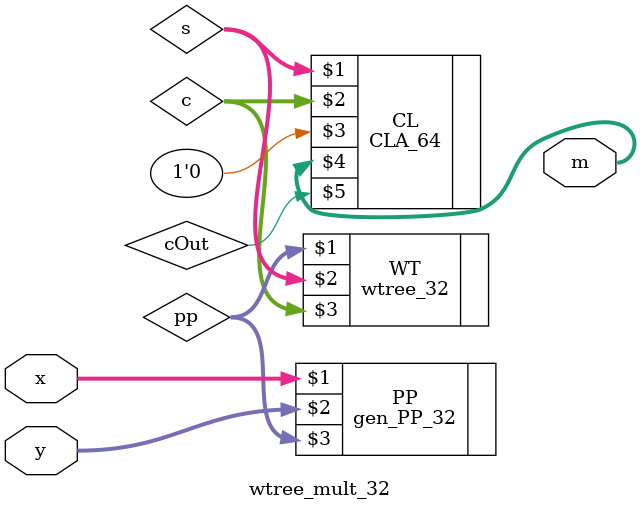
<source format=v>
`include "wtree_32.v"
`include "gen_PP_32.v"
`include "CLA_64.v"

module wtree_mult_32(x, y, m);
  input [31:0] x, y;
  output [63:0] m;

  wire [2047:0] pp;
  wire [63:0] s, c;
  wire cOut;

  gen_PP_32 PP(x, y, pp);
  wtree_32 WT(pp, s, c);
  CLA_64 CL(s, c, 1'b0, m, cOut);

endmodule
</source>
